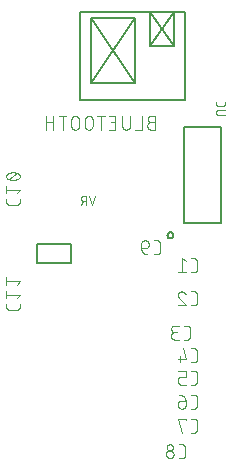
<source format=gbr>
G04 EAGLE Gerber RS-274X export*
G75*
%MOMM*%
%FSLAX34Y34*%
%LPD*%
%INSilkscreen Bottom*%
%IPPOS*%
%AMOC8*
5,1,8,0,0,1.08239X$1,22.5*%
G01*
%ADD10C,0.127000*%
%ADD11C,0.101600*%
%ADD12C,0.076200*%


D10*
X165100Y469900D02*
X76200Y469900D01*
X76200Y544900D01*
X135100Y544900D01*
X155100Y544900D01*
X165100Y544900D01*
X165100Y469900D01*
X155100Y515900D02*
X135100Y515900D01*
X135100Y544900D01*
X155100Y544900D02*
X155100Y515900D01*
X135100Y544900D01*
X155100Y544900D02*
X135100Y515900D01*
X122100Y539900D02*
X85100Y539900D01*
X122100Y539900D02*
X122100Y484900D01*
X85100Y484900D01*
X85100Y539900D01*
X122100Y484900D01*
X85100Y484900D02*
X122100Y539900D01*
D11*
X135946Y451499D02*
X139192Y451499D01*
X135946Y451500D02*
X135833Y451498D01*
X135720Y451492D01*
X135607Y451482D01*
X135494Y451468D01*
X135382Y451451D01*
X135271Y451429D01*
X135161Y451404D01*
X135051Y451374D01*
X134943Y451341D01*
X134836Y451304D01*
X134730Y451264D01*
X134626Y451219D01*
X134523Y451171D01*
X134422Y451120D01*
X134323Y451065D01*
X134226Y451007D01*
X134131Y450945D01*
X134038Y450880D01*
X133948Y450812D01*
X133860Y450741D01*
X133774Y450666D01*
X133691Y450589D01*
X133611Y450509D01*
X133534Y450426D01*
X133459Y450340D01*
X133388Y450252D01*
X133320Y450162D01*
X133255Y450069D01*
X133193Y449974D01*
X133135Y449877D01*
X133080Y449778D01*
X133029Y449677D01*
X132981Y449574D01*
X132936Y449470D01*
X132896Y449364D01*
X132859Y449257D01*
X132826Y449149D01*
X132796Y449039D01*
X132771Y448929D01*
X132749Y448818D01*
X132732Y448706D01*
X132718Y448593D01*
X132708Y448480D01*
X132702Y448367D01*
X132700Y448254D01*
X132702Y448141D01*
X132708Y448028D01*
X132718Y447915D01*
X132732Y447802D01*
X132749Y447690D01*
X132771Y447579D01*
X132796Y447469D01*
X132826Y447359D01*
X132859Y447251D01*
X132896Y447144D01*
X132936Y447038D01*
X132981Y446934D01*
X133029Y446831D01*
X133080Y446730D01*
X133135Y446631D01*
X133193Y446534D01*
X133255Y446439D01*
X133320Y446346D01*
X133388Y446256D01*
X133459Y446168D01*
X133534Y446082D01*
X133611Y445999D01*
X133691Y445919D01*
X133774Y445842D01*
X133860Y445767D01*
X133948Y445696D01*
X134038Y445628D01*
X134131Y445563D01*
X134226Y445501D01*
X134323Y445443D01*
X134422Y445388D01*
X134523Y445337D01*
X134626Y445289D01*
X134730Y445244D01*
X134836Y445204D01*
X134943Y445167D01*
X135051Y445134D01*
X135161Y445104D01*
X135271Y445079D01*
X135382Y445057D01*
X135494Y445040D01*
X135607Y445026D01*
X135720Y445016D01*
X135833Y445010D01*
X135946Y445008D01*
X139192Y445008D01*
X139192Y456692D01*
X135946Y456692D01*
X135845Y456690D01*
X135745Y456684D01*
X135645Y456674D01*
X135545Y456661D01*
X135446Y456643D01*
X135347Y456622D01*
X135250Y456597D01*
X135153Y456568D01*
X135058Y456535D01*
X134964Y456499D01*
X134872Y456459D01*
X134781Y456416D01*
X134692Y456369D01*
X134605Y456319D01*
X134519Y456265D01*
X134436Y456208D01*
X134356Y456148D01*
X134277Y456085D01*
X134201Y456018D01*
X134128Y455949D01*
X134058Y455877D01*
X133990Y455803D01*
X133925Y455726D01*
X133864Y455646D01*
X133805Y455564D01*
X133750Y455480D01*
X133698Y455394D01*
X133649Y455306D01*
X133604Y455216D01*
X133562Y455124D01*
X133524Y455031D01*
X133490Y454936D01*
X133459Y454841D01*
X133432Y454744D01*
X133409Y454646D01*
X133389Y454547D01*
X133374Y454447D01*
X133362Y454347D01*
X133354Y454247D01*
X133350Y454146D01*
X133350Y454046D01*
X133354Y453945D01*
X133362Y453845D01*
X133374Y453745D01*
X133389Y453645D01*
X133409Y453546D01*
X133432Y453448D01*
X133459Y453351D01*
X133490Y453256D01*
X133524Y453161D01*
X133562Y453068D01*
X133604Y452976D01*
X133649Y452886D01*
X133698Y452798D01*
X133750Y452712D01*
X133805Y452628D01*
X133864Y452546D01*
X133925Y452466D01*
X133990Y452389D01*
X134058Y452315D01*
X134128Y452243D01*
X134201Y452174D01*
X134277Y452107D01*
X134356Y452044D01*
X134436Y451984D01*
X134519Y451927D01*
X134605Y451873D01*
X134692Y451823D01*
X134781Y451776D01*
X134872Y451733D01*
X134964Y451693D01*
X135058Y451657D01*
X135153Y451624D01*
X135250Y451595D01*
X135347Y451570D01*
X135446Y451549D01*
X135545Y451531D01*
X135645Y451518D01*
X135745Y451508D01*
X135845Y451502D01*
X135946Y451500D01*
X127909Y456692D02*
X127909Y445008D01*
X122716Y445008D01*
X118025Y448254D02*
X118025Y456692D01*
X118026Y448254D02*
X118024Y448141D01*
X118018Y448028D01*
X118008Y447915D01*
X117994Y447802D01*
X117977Y447690D01*
X117955Y447579D01*
X117930Y447469D01*
X117900Y447359D01*
X117867Y447251D01*
X117830Y447144D01*
X117790Y447038D01*
X117745Y446934D01*
X117697Y446831D01*
X117646Y446730D01*
X117591Y446631D01*
X117533Y446534D01*
X117471Y446439D01*
X117406Y446346D01*
X117338Y446256D01*
X117267Y446168D01*
X117192Y446082D01*
X117115Y445999D01*
X117035Y445919D01*
X116952Y445842D01*
X116866Y445767D01*
X116778Y445696D01*
X116688Y445628D01*
X116595Y445563D01*
X116500Y445501D01*
X116403Y445443D01*
X116304Y445388D01*
X116203Y445337D01*
X116100Y445289D01*
X115996Y445244D01*
X115890Y445204D01*
X115783Y445167D01*
X115675Y445134D01*
X115565Y445104D01*
X115455Y445079D01*
X115344Y445057D01*
X115232Y445040D01*
X115119Y445026D01*
X115006Y445016D01*
X114893Y445010D01*
X114780Y445008D01*
X114667Y445010D01*
X114554Y445016D01*
X114441Y445026D01*
X114328Y445040D01*
X114216Y445057D01*
X114105Y445079D01*
X113995Y445104D01*
X113885Y445134D01*
X113777Y445167D01*
X113670Y445204D01*
X113564Y445244D01*
X113460Y445289D01*
X113357Y445337D01*
X113256Y445388D01*
X113157Y445443D01*
X113060Y445501D01*
X112965Y445563D01*
X112872Y445628D01*
X112782Y445696D01*
X112694Y445767D01*
X112608Y445842D01*
X112525Y445919D01*
X112445Y445999D01*
X112368Y446082D01*
X112293Y446168D01*
X112222Y446256D01*
X112154Y446346D01*
X112089Y446439D01*
X112027Y446534D01*
X111969Y446631D01*
X111914Y446730D01*
X111863Y446831D01*
X111815Y446934D01*
X111770Y447038D01*
X111730Y447144D01*
X111693Y447251D01*
X111660Y447359D01*
X111630Y447469D01*
X111605Y447579D01*
X111583Y447690D01*
X111566Y447802D01*
X111552Y447915D01*
X111542Y448028D01*
X111536Y448141D01*
X111534Y448254D01*
X111534Y456692D01*
X105811Y445008D02*
X100618Y445008D01*
X105811Y445008D02*
X105811Y456692D01*
X100618Y456692D01*
X101916Y451499D02*
X105811Y451499D01*
X93825Y456692D02*
X93825Y445008D01*
X97070Y456692D02*
X90579Y456692D01*
X86402Y453446D02*
X86402Y448254D01*
X86403Y453446D02*
X86401Y453559D01*
X86395Y453672D01*
X86385Y453785D01*
X86371Y453898D01*
X86354Y454010D01*
X86332Y454121D01*
X86307Y454231D01*
X86277Y454341D01*
X86244Y454449D01*
X86207Y454556D01*
X86167Y454662D01*
X86122Y454766D01*
X86074Y454869D01*
X86023Y454970D01*
X85968Y455069D01*
X85910Y455166D01*
X85848Y455261D01*
X85783Y455354D01*
X85715Y455444D01*
X85644Y455532D01*
X85569Y455618D01*
X85492Y455701D01*
X85412Y455781D01*
X85329Y455858D01*
X85243Y455933D01*
X85155Y456004D01*
X85065Y456072D01*
X84972Y456137D01*
X84877Y456199D01*
X84780Y456257D01*
X84681Y456312D01*
X84580Y456363D01*
X84477Y456411D01*
X84373Y456456D01*
X84267Y456496D01*
X84160Y456533D01*
X84052Y456566D01*
X83942Y456596D01*
X83832Y456621D01*
X83721Y456643D01*
X83609Y456660D01*
X83496Y456674D01*
X83383Y456684D01*
X83270Y456690D01*
X83157Y456692D01*
X83044Y456690D01*
X82931Y456684D01*
X82818Y456674D01*
X82705Y456660D01*
X82593Y456643D01*
X82482Y456621D01*
X82372Y456596D01*
X82262Y456566D01*
X82154Y456533D01*
X82047Y456496D01*
X81941Y456456D01*
X81837Y456411D01*
X81734Y456363D01*
X81633Y456312D01*
X81534Y456257D01*
X81437Y456199D01*
X81342Y456137D01*
X81249Y456072D01*
X81159Y456004D01*
X81071Y455933D01*
X80985Y455858D01*
X80902Y455781D01*
X80822Y455701D01*
X80745Y455618D01*
X80670Y455532D01*
X80599Y455444D01*
X80531Y455354D01*
X80466Y455261D01*
X80404Y455166D01*
X80346Y455069D01*
X80291Y454970D01*
X80240Y454869D01*
X80192Y454766D01*
X80147Y454662D01*
X80107Y454556D01*
X80070Y454449D01*
X80037Y454341D01*
X80007Y454231D01*
X79982Y454121D01*
X79960Y454010D01*
X79943Y453898D01*
X79929Y453785D01*
X79919Y453672D01*
X79913Y453559D01*
X79911Y453446D01*
X79911Y448254D01*
X79913Y448141D01*
X79919Y448028D01*
X79929Y447915D01*
X79943Y447802D01*
X79960Y447690D01*
X79982Y447579D01*
X80007Y447469D01*
X80037Y447359D01*
X80070Y447251D01*
X80107Y447144D01*
X80147Y447038D01*
X80192Y446934D01*
X80240Y446831D01*
X80291Y446730D01*
X80346Y446631D01*
X80404Y446534D01*
X80466Y446439D01*
X80531Y446346D01*
X80599Y446256D01*
X80670Y446168D01*
X80745Y446082D01*
X80822Y445999D01*
X80902Y445919D01*
X80985Y445842D01*
X81071Y445767D01*
X81159Y445696D01*
X81249Y445628D01*
X81342Y445563D01*
X81437Y445501D01*
X81534Y445443D01*
X81633Y445388D01*
X81734Y445337D01*
X81837Y445289D01*
X81941Y445244D01*
X82047Y445204D01*
X82154Y445167D01*
X82262Y445134D01*
X82372Y445104D01*
X82482Y445079D01*
X82593Y445057D01*
X82705Y445040D01*
X82818Y445026D01*
X82931Y445016D01*
X83044Y445010D01*
X83157Y445008D01*
X83270Y445010D01*
X83383Y445016D01*
X83496Y445026D01*
X83609Y445040D01*
X83721Y445057D01*
X83832Y445079D01*
X83942Y445104D01*
X84052Y445134D01*
X84160Y445167D01*
X84267Y445204D01*
X84373Y445244D01*
X84477Y445289D01*
X84580Y445337D01*
X84681Y445388D01*
X84780Y445443D01*
X84877Y445501D01*
X84972Y445563D01*
X85065Y445628D01*
X85155Y445696D01*
X85243Y445767D01*
X85329Y445842D01*
X85412Y445919D01*
X85492Y445999D01*
X85569Y446082D01*
X85644Y446168D01*
X85715Y446256D01*
X85783Y446346D01*
X85848Y446439D01*
X85910Y446534D01*
X85968Y446631D01*
X86023Y446730D01*
X86074Y446831D01*
X86122Y446934D01*
X86167Y447038D01*
X86207Y447144D01*
X86244Y447251D01*
X86277Y447359D01*
X86307Y447469D01*
X86332Y447579D01*
X86354Y447690D01*
X86371Y447802D01*
X86385Y447915D01*
X86395Y448028D01*
X86401Y448141D01*
X86403Y448254D01*
X74972Y448254D02*
X74972Y453446D01*
X74973Y453446D02*
X74971Y453559D01*
X74965Y453672D01*
X74955Y453785D01*
X74941Y453898D01*
X74924Y454010D01*
X74902Y454121D01*
X74877Y454231D01*
X74847Y454341D01*
X74814Y454449D01*
X74777Y454556D01*
X74737Y454662D01*
X74692Y454766D01*
X74644Y454869D01*
X74593Y454970D01*
X74538Y455069D01*
X74480Y455166D01*
X74418Y455261D01*
X74353Y455354D01*
X74285Y455444D01*
X74214Y455532D01*
X74139Y455618D01*
X74062Y455701D01*
X73982Y455781D01*
X73899Y455858D01*
X73813Y455933D01*
X73725Y456004D01*
X73635Y456072D01*
X73542Y456137D01*
X73447Y456199D01*
X73350Y456257D01*
X73251Y456312D01*
X73150Y456363D01*
X73047Y456411D01*
X72943Y456456D01*
X72837Y456496D01*
X72730Y456533D01*
X72622Y456566D01*
X72512Y456596D01*
X72402Y456621D01*
X72291Y456643D01*
X72179Y456660D01*
X72066Y456674D01*
X71953Y456684D01*
X71840Y456690D01*
X71727Y456692D01*
X71614Y456690D01*
X71501Y456684D01*
X71388Y456674D01*
X71275Y456660D01*
X71163Y456643D01*
X71052Y456621D01*
X70942Y456596D01*
X70832Y456566D01*
X70724Y456533D01*
X70617Y456496D01*
X70511Y456456D01*
X70407Y456411D01*
X70304Y456363D01*
X70203Y456312D01*
X70104Y456257D01*
X70007Y456199D01*
X69912Y456137D01*
X69819Y456072D01*
X69729Y456004D01*
X69641Y455933D01*
X69555Y455858D01*
X69472Y455781D01*
X69392Y455701D01*
X69315Y455618D01*
X69240Y455532D01*
X69169Y455444D01*
X69101Y455354D01*
X69036Y455261D01*
X68974Y455166D01*
X68916Y455069D01*
X68861Y454970D01*
X68810Y454869D01*
X68762Y454766D01*
X68717Y454662D01*
X68677Y454556D01*
X68640Y454449D01*
X68607Y454341D01*
X68577Y454231D01*
X68552Y454121D01*
X68530Y454010D01*
X68513Y453898D01*
X68499Y453785D01*
X68489Y453672D01*
X68483Y453559D01*
X68481Y453446D01*
X68481Y448254D01*
X68483Y448141D01*
X68489Y448028D01*
X68499Y447915D01*
X68513Y447802D01*
X68530Y447690D01*
X68552Y447579D01*
X68577Y447469D01*
X68607Y447359D01*
X68640Y447251D01*
X68677Y447144D01*
X68717Y447038D01*
X68762Y446934D01*
X68810Y446831D01*
X68861Y446730D01*
X68916Y446631D01*
X68974Y446534D01*
X69036Y446439D01*
X69101Y446346D01*
X69169Y446256D01*
X69240Y446168D01*
X69315Y446082D01*
X69392Y445999D01*
X69472Y445919D01*
X69555Y445842D01*
X69641Y445767D01*
X69729Y445696D01*
X69819Y445628D01*
X69912Y445563D01*
X70007Y445501D01*
X70104Y445443D01*
X70203Y445388D01*
X70304Y445337D01*
X70407Y445289D01*
X70511Y445244D01*
X70617Y445204D01*
X70724Y445167D01*
X70832Y445134D01*
X70942Y445104D01*
X71052Y445079D01*
X71163Y445057D01*
X71275Y445040D01*
X71388Y445026D01*
X71501Y445016D01*
X71614Y445010D01*
X71727Y445008D01*
X71840Y445010D01*
X71953Y445016D01*
X72066Y445026D01*
X72179Y445040D01*
X72291Y445057D01*
X72402Y445079D01*
X72512Y445104D01*
X72622Y445134D01*
X72730Y445167D01*
X72837Y445204D01*
X72943Y445244D01*
X73047Y445289D01*
X73150Y445337D01*
X73251Y445388D01*
X73350Y445443D01*
X73447Y445501D01*
X73542Y445563D01*
X73635Y445628D01*
X73725Y445696D01*
X73813Y445767D01*
X73899Y445842D01*
X73982Y445919D01*
X74062Y445999D01*
X74139Y446082D01*
X74214Y446168D01*
X74285Y446256D01*
X74353Y446346D01*
X74418Y446439D01*
X74480Y446534D01*
X74538Y446631D01*
X74593Y446730D01*
X74644Y446831D01*
X74692Y446934D01*
X74737Y447038D01*
X74777Y447144D01*
X74814Y447251D01*
X74847Y447359D01*
X74877Y447469D01*
X74902Y447579D01*
X74924Y447690D01*
X74941Y447802D01*
X74955Y447915D01*
X74965Y448028D01*
X74971Y448141D01*
X74973Y448254D01*
X61059Y445008D02*
X61059Y456692D01*
X64305Y456692D02*
X57813Y456692D01*
X53256Y456692D02*
X53256Y445008D01*
X53256Y451499D02*
X46764Y451499D01*
X46764Y456692D02*
X46764Y445008D01*
X169559Y324358D02*
X172156Y324358D01*
X172255Y324360D01*
X172355Y324366D01*
X172454Y324375D01*
X172552Y324388D01*
X172650Y324405D01*
X172748Y324426D01*
X172844Y324451D01*
X172939Y324479D01*
X173033Y324511D01*
X173126Y324546D01*
X173218Y324585D01*
X173308Y324628D01*
X173396Y324673D01*
X173483Y324723D01*
X173567Y324775D01*
X173650Y324831D01*
X173730Y324889D01*
X173808Y324951D01*
X173883Y325016D01*
X173956Y325084D01*
X174026Y325154D01*
X174094Y325227D01*
X174159Y325302D01*
X174221Y325380D01*
X174279Y325460D01*
X174335Y325543D01*
X174387Y325627D01*
X174437Y325714D01*
X174482Y325802D01*
X174525Y325892D01*
X174564Y325984D01*
X174599Y326077D01*
X174631Y326171D01*
X174659Y326266D01*
X174684Y326362D01*
X174705Y326460D01*
X174722Y326558D01*
X174735Y326656D01*
X174744Y326755D01*
X174750Y326855D01*
X174752Y326954D01*
X174752Y333446D01*
X174750Y333545D01*
X174744Y333645D01*
X174735Y333744D01*
X174722Y333842D01*
X174705Y333940D01*
X174684Y334038D01*
X174659Y334134D01*
X174631Y334229D01*
X174599Y334323D01*
X174564Y334416D01*
X174525Y334508D01*
X174482Y334598D01*
X174437Y334686D01*
X174387Y334773D01*
X174335Y334857D01*
X174279Y334940D01*
X174221Y335020D01*
X174159Y335098D01*
X174094Y335173D01*
X174026Y335246D01*
X173956Y335316D01*
X173883Y335384D01*
X173808Y335449D01*
X173730Y335511D01*
X173650Y335569D01*
X173567Y335625D01*
X173483Y335677D01*
X173396Y335727D01*
X173308Y335772D01*
X173218Y335815D01*
X173126Y335854D01*
X173033Y335889D01*
X172939Y335921D01*
X172844Y335949D01*
X172748Y335974D01*
X172650Y335995D01*
X172552Y336012D01*
X172454Y336025D01*
X172355Y336034D01*
X172255Y336040D01*
X172156Y336042D01*
X169559Y336042D01*
X165194Y333446D02*
X161948Y336042D01*
X161948Y324358D01*
X158703Y324358D02*
X165194Y324358D01*
X13208Y384104D02*
X13208Y386701D01*
X13208Y384104D02*
X13210Y384005D01*
X13216Y383905D01*
X13225Y383806D01*
X13238Y383708D01*
X13255Y383610D01*
X13276Y383512D01*
X13301Y383416D01*
X13329Y383321D01*
X13361Y383227D01*
X13396Y383134D01*
X13435Y383042D01*
X13478Y382952D01*
X13523Y382864D01*
X13573Y382777D01*
X13625Y382693D01*
X13681Y382610D01*
X13739Y382530D01*
X13801Y382452D01*
X13866Y382377D01*
X13934Y382304D01*
X14004Y382234D01*
X14077Y382166D01*
X14152Y382101D01*
X14230Y382039D01*
X14310Y381981D01*
X14393Y381925D01*
X14477Y381873D01*
X14564Y381823D01*
X14652Y381778D01*
X14742Y381735D01*
X14834Y381696D01*
X14927Y381661D01*
X15021Y381629D01*
X15116Y381601D01*
X15212Y381576D01*
X15310Y381555D01*
X15408Y381538D01*
X15506Y381525D01*
X15605Y381516D01*
X15705Y381510D01*
X15804Y381508D01*
X22296Y381508D01*
X22395Y381510D01*
X22495Y381516D01*
X22594Y381525D01*
X22692Y381538D01*
X22790Y381555D01*
X22888Y381576D01*
X22984Y381601D01*
X23079Y381629D01*
X23173Y381661D01*
X23266Y381696D01*
X23358Y381735D01*
X23448Y381778D01*
X23536Y381823D01*
X23623Y381873D01*
X23707Y381925D01*
X23790Y381981D01*
X23870Y382039D01*
X23948Y382101D01*
X24023Y382166D01*
X24096Y382234D01*
X24166Y382304D01*
X24234Y382377D01*
X24299Y382452D01*
X24361Y382530D01*
X24419Y382610D01*
X24475Y382693D01*
X24527Y382777D01*
X24577Y382864D01*
X24622Y382952D01*
X24665Y383042D01*
X24704Y383134D01*
X24739Y383226D01*
X24771Y383321D01*
X24799Y383416D01*
X24824Y383512D01*
X24845Y383610D01*
X24862Y383708D01*
X24875Y383806D01*
X24884Y383905D01*
X24890Y384005D01*
X24892Y384104D01*
X24892Y386701D01*
X22296Y391066D02*
X24892Y394312D01*
X13208Y394312D01*
X13208Y397557D02*
X13208Y391066D01*
X19050Y402497D02*
X19280Y402500D01*
X19510Y402508D01*
X19739Y402522D01*
X19968Y402541D01*
X20197Y402566D01*
X20424Y402596D01*
X20652Y402631D01*
X20878Y402672D01*
X21103Y402718D01*
X21327Y402770D01*
X21549Y402827D01*
X21771Y402889D01*
X21990Y402957D01*
X22208Y403030D01*
X22425Y403108D01*
X22639Y403191D01*
X22851Y403279D01*
X23061Y403372D01*
X23269Y403471D01*
X23269Y403470D02*
X23359Y403503D01*
X23448Y403539D01*
X23536Y403579D01*
X23621Y403623D01*
X23705Y403670D01*
X23787Y403720D01*
X23867Y403774D01*
X23944Y403830D01*
X24020Y403890D01*
X24093Y403953D01*
X24163Y404018D01*
X24231Y404087D01*
X24295Y404158D01*
X24357Y404231D01*
X24416Y404307D01*
X24472Y404385D01*
X24525Y404466D01*
X24574Y404548D01*
X24620Y404632D01*
X24663Y404719D01*
X24702Y404806D01*
X24738Y404896D01*
X24770Y404986D01*
X24798Y405078D01*
X24823Y405171D01*
X24844Y405265D01*
X24861Y405359D01*
X24875Y405454D01*
X24884Y405550D01*
X24890Y405646D01*
X24892Y405742D01*
X24890Y405838D01*
X24884Y405934D01*
X24875Y406030D01*
X24861Y406125D01*
X24844Y406219D01*
X24823Y406313D01*
X24798Y406406D01*
X24770Y406498D01*
X24738Y406588D01*
X24702Y406678D01*
X24663Y406765D01*
X24620Y406852D01*
X24574Y406936D01*
X24525Y407018D01*
X24472Y407099D01*
X24416Y407177D01*
X24357Y407253D01*
X24295Y407326D01*
X24231Y407397D01*
X24163Y407466D01*
X24093Y407531D01*
X24020Y407594D01*
X23944Y407654D01*
X23867Y407710D01*
X23787Y407764D01*
X23705Y407814D01*
X23621Y407861D01*
X23536Y407905D01*
X23448Y407945D01*
X23359Y407981D01*
X23269Y408014D01*
X23062Y408113D01*
X22852Y408206D01*
X22639Y408294D01*
X22425Y408377D01*
X22209Y408455D01*
X21991Y408528D01*
X21771Y408596D01*
X21550Y408658D01*
X21327Y408715D01*
X21103Y408767D01*
X20878Y408813D01*
X20652Y408854D01*
X20425Y408889D01*
X20197Y408919D01*
X19968Y408944D01*
X19739Y408963D01*
X19510Y408977D01*
X19280Y408985D01*
X19050Y408988D01*
X19050Y402496D02*
X18820Y402499D01*
X18590Y402507D01*
X18361Y402521D01*
X18132Y402540D01*
X17903Y402565D01*
X17675Y402595D01*
X17448Y402630D01*
X17222Y402671D01*
X16997Y402717D01*
X16773Y402769D01*
X16550Y402826D01*
X16329Y402888D01*
X16109Y402956D01*
X15891Y403029D01*
X15675Y403107D01*
X15461Y403190D01*
X15249Y403278D01*
X15038Y403371D01*
X14831Y403470D01*
X14741Y403503D01*
X14652Y403539D01*
X14564Y403580D01*
X14479Y403623D01*
X14395Y403670D01*
X14313Y403720D01*
X14233Y403774D01*
X14156Y403830D01*
X14080Y403890D01*
X14007Y403953D01*
X13937Y404018D01*
X13869Y404087D01*
X13805Y404158D01*
X13743Y404231D01*
X13684Y404307D01*
X13628Y404385D01*
X13575Y404466D01*
X13526Y404548D01*
X13480Y404632D01*
X13437Y404719D01*
X13398Y404806D01*
X13362Y404896D01*
X13330Y404986D01*
X13302Y405078D01*
X13277Y405171D01*
X13256Y405265D01*
X13239Y405359D01*
X13225Y405454D01*
X13216Y405550D01*
X13210Y405646D01*
X13208Y405742D01*
X14831Y408014D02*
X15038Y408113D01*
X15249Y408206D01*
X15461Y408294D01*
X15675Y408377D01*
X15891Y408455D01*
X16109Y408528D01*
X16329Y408596D01*
X16550Y408658D01*
X16773Y408715D01*
X16997Y408767D01*
X17222Y408813D01*
X17448Y408854D01*
X17675Y408889D01*
X17903Y408919D01*
X18132Y408944D01*
X18361Y408963D01*
X18590Y408977D01*
X18820Y408985D01*
X19050Y408988D01*
X14831Y408014D02*
X14741Y407981D01*
X14652Y407945D01*
X14564Y407905D01*
X14479Y407861D01*
X14395Y407814D01*
X14313Y407764D01*
X14233Y407710D01*
X14156Y407654D01*
X14080Y407594D01*
X14007Y407531D01*
X13937Y407466D01*
X13869Y407397D01*
X13805Y407326D01*
X13743Y407253D01*
X13684Y407177D01*
X13628Y407099D01*
X13575Y407018D01*
X13526Y406936D01*
X13480Y406852D01*
X13437Y406765D01*
X13398Y406678D01*
X13362Y406588D01*
X13330Y406498D01*
X13302Y406406D01*
X13277Y406313D01*
X13256Y406219D01*
X13239Y406125D01*
X13225Y406030D01*
X13216Y405934D01*
X13210Y405838D01*
X13208Y405742D01*
X15804Y403145D02*
X22296Y408338D01*
X13208Y297801D02*
X13208Y295204D01*
X13210Y295105D01*
X13216Y295005D01*
X13225Y294906D01*
X13238Y294808D01*
X13255Y294710D01*
X13276Y294612D01*
X13301Y294516D01*
X13329Y294421D01*
X13361Y294327D01*
X13396Y294234D01*
X13435Y294142D01*
X13478Y294052D01*
X13523Y293964D01*
X13573Y293877D01*
X13625Y293793D01*
X13681Y293710D01*
X13739Y293630D01*
X13801Y293552D01*
X13866Y293477D01*
X13934Y293404D01*
X14004Y293334D01*
X14077Y293266D01*
X14152Y293201D01*
X14230Y293139D01*
X14310Y293081D01*
X14393Y293025D01*
X14477Y292973D01*
X14564Y292923D01*
X14652Y292878D01*
X14742Y292835D01*
X14834Y292796D01*
X14927Y292761D01*
X15021Y292729D01*
X15116Y292701D01*
X15212Y292676D01*
X15310Y292655D01*
X15408Y292638D01*
X15506Y292625D01*
X15605Y292616D01*
X15705Y292610D01*
X15804Y292608D01*
X22296Y292608D01*
X22395Y292610D01*
X22495Y292616D01*
X22594Y292625D01*
X22692Y292638D01*
X22790Y292655D01*
X22888Y292676D01*
X22984Y292701D01*
X23079Y292729D01*
X23173Y292761D01*
X23266Y292796D01*
X23358Y292835D01*
X23448Y292878D01*
X23536Y292923D01*
X23623Y292973D01*
X23707Y293025D01*
X23790Y293081D01*
X23870Y293139D01*
X23948Y293201D01*
X24023Y293266D01*
X24096Y293334D01*
X24166Y293404D01*
X24234Y293477D01*
X24299Y293552D01*
X24361Y293630D01*
X24419Y293710D01*
X24475Y293793D01*
X24527Y293877D01*
X24577Y293964D01*
X24622Y294052D01*
X24665Y294142D01*
X24704Y294234D01*
X24739Y294326D01*
X24771Y294421D01*
X24799Y294516D01*
X24824Y294612D01*
X24845Y294710D01*
X24862Y294808D01*
X24875Y294906D01*
X24884Y295005D01*
X24890Y295105D01*
X24892Y295204D01*
X24892Y297801D01*
X22296Y302166D02*
X24892Y305412D01*
X13208Y305412D01*
X13208Y308657D02*
X13208Y302166D01*
X22296Y313596D02*
X24892Y316842D01*
X13208Y316842D01*
X13208Y320087D02*
X13208Y313596D01*
X169559Y296418D02*
X172156Y296418D01*
X172255Y296420D01*
X172355Y296426D01*
X172454Y296435D01*
X172552Y296448D01*
X172650Y296465D01*
X172748Y296486D01*
X172844Y296511D01*
X172939Y296539D01*
X173033Y296571D01*
X173126Y296606D01*
X173218Y296645D01*
X173308Y296688D01*
X173396Y296733D01*
X173483Y296783D01*
X173567Y296835D01*
X173650Y296891D01*
X173730Y296949D01*
X173808Y297011D01*
X173883Y297076D01*
X173956Y297144D01*
X174026Y297214D01*
X174094Y297287D01*
X174159Y297362D01*
X174221Y297440D01*
X174279Y297520D01*
X174335Y297603D01*
X174387Y297687D01*
X174437Y297774D01*
X174482Y297862D01*
X174525Y297952D01*
X174564Y298044D01*
X174599Y298137D01*
X174631Y298231D01*
X174659Y298326D01*
X174684Y298422D01*
X174705Y298520D01*
X174722Y298618D01*
X174735Y298716D01*
X174744Y298815D01*
X174750Y298915D01*
X174752Y299014D01*
X174752Y305506D01*
X174750Y305605D01*
X174744Y305705D01*
X174735Y305804D01*
X174722Y305902D01*
X174705Y306000D01*
X174684Y306098D01*
X174659Y306194D01*
X174631Y306289D01*
X174599Y306383D01*
X174564Y306476D01*
X174525Y306568D01*
X174482Y306658D01*
X174437Y306746D01*
X174387Y306833D01*
X174335Y306917D01*
X174279Y307000D01*
X174221Y307080D01*
X174159Y307158D01*
X174094Y307233D01*
X174026Y307306D01*
X173956Y307376D01*
X173883Y307444D01*
X173808Y307509D01*
X173730Y307571D01*
X173650Y307629D01*
X173567Y307685D01*
X173483Y307737D01*
X173396Y307787D01*
X173308Y307832D01*
X173218Y307875D01*
X173126Y307914D01*
X173033Y307949D01*
X172939Y307981D01*
X172844Y308009D01*
X172748Y308034D01*
X172650Y308055D01*
X172552Y308072D01*
X172454Y308085D01*
X172355Y308094D01*
X172255Y308100D01*
X172156Y308102D01*
X169559Y308102D01*
X161624Y308102D02*
X161517Y308100D01*
X161411Y308094D01*
X161305Y308084D01*
X161199Y308071D01*
X161093Y308053D01*
X160989Y308032D01*
X160885Y308007D01*
X160782Y307978D01*
X160681Y307946D01*
X160581Y307909D01*
X160482Y307869D01*
X160384Y307826D01*
X160288Y307779D01*
X160194Y307728D01*
X160102Y307674D01*
X160012Y307617D01*
X159924Y307557D01*
X159839Y307493D01*
X159756Y307426D01*
X159675Y307356D01*
X159597Y307284D01*
X159521Y307208D01*
X159449Y307130D01*
X159379Y307049D01*
X159312Y306966D01*
X159248Y306881D01*
X159188Y306793D01*
X159131Y306703D01*
X159077Y306611D01*
X159026Y306517D01*
X158979Y306421D01*
X158936Y306323D01*
X158896Y306224D01*
X158859Y306124D01*
X158827Y306023D01*
X158798Y305920D01*
X158773Y305816D01*
X158752Y305712D01*
X158734Y305606D01*
X158721Y305500D01*
X158711Y305394D01*
X158705Y305288D01*
X158703Y305181D01*
X161624Y308102D02*
X161745Y308100D01*
X161866Y308094D01*
X161986Y308084D01*
X162107Y308071D01*
X162226Y308053D01*
X162346Y308032D01*
X162464Y308007D01*
X162581Y307978D01*
X162698Y307945D01*
X162813Y307909D01*
X162927Y307868D01*
X163040Y307825D01*
X163152Y307777D01*
X163261Y307726D01*
X163369Y307671D01*
X163476Y307613D01*
X163580Y307552D01*
X163682Y307487D01*
X163782Y307419D01*
X163880Y307348D01*
X163976Y307274D01*
X164069Y307197D01*
X164159Y307116D01*
X164247Y307033D01*
X164332Y306947D01*
X164415Y306858D01*
X164494Y306767D01*
X164571Y306673D01*
X164644Y306577D01*
X164714Y306479D01*
X164781Y306378D01*
X164845Y306275D01*
X164906Y306170D01*
X164963Y306063D01*
X165016Y305955D01*
X165066Y305845D01*
X165112Y305733D01*
X165155Y305620D01*
X165194Y305505D01*
X159677Y302909D02*
X159598Y302987D01*
X159522Y303067D01*
X159449Y303150D01*
X159379Y303236D01*
X159312Y303323D01*
X159248Y303414D01*
X159188Y303506D01*
X159130Y303600D01*
X159076Y303697D01*
X159026Y303795D01*
X158979Y303895D01*
X158935Y303996D01*
X158895Y304099D01*
X158859Y304204D01*
X158827Y304309D01*
X158798Y304416D01*
X158773Y304523D01*
X158751Y304632D01*
X158734Y304741D01*
X158720Y304850D01*
X158711Y304960D01*
X158705Y305071D01*
X158703Y305181D01*
X159676Y302909D02*
X165194Y296418D01*
X158703Y296418D01*
X163764Y267208D02*
X166361Y267208D01*
X166460Y267210D01*
X166560Y267216D01*
X166659Y267225D01*
X166757Y267238D01*
X166855Y267255D01*
X166953Y267276D01*
X167049Y267301D01*
X167144Y267329D01*
X167238Y267361D01*
X167331Y267396D01*
X167423Y267435D01*
X167513Y267478D01*
X167601Y267523D01*
X167688Y267573D01*
X167772Y267625D01*
X167855Y267681D01*
X167935Y267739D01*
X168013Y267801D01*
X168088Y267866D01*
X168161Y267934D01*
X168231Y268004D01*
X168299Y268077D01*
X168364Y268152D01*
X168426Y268230D01*
X168484Y268310D01*
X168540Y268393D01*
X168592Y268477D01*
X168642Y268564D01*
X168687Y268652D01*
X168730Y268742D01*
X168769Y268834D01*
X168804Y268927D01*
X168836Y269021D01*
X168864Y269116D01*
X168889Y269212D01*
X168910Y269310D01*
X168927Y269408D01*
X168940Y269506D01*
X168949Y269605D01*
X168955Y269705D01*
X168957Y269804D01*
X168957Y276296D01*
X168955Y276395D01*
X168949Y276495D01*
X168940Y276594D01*
X168927Y276692D01*
X168910Y276790D01*
X168889Y276888D01*
X168864Y276984D01*
X168836Y277079D01*
X168804Y277173D01*
X168769Y277266D01*
X168730Y277358D01*
X168687Y277448D01*
X168642Y277536D01*
X168592Y277623D01*
X168540Y277707D01*
X168484Y277790D01*
X168426Y277870D01*
X168364Y277948D01*
X168299Y278023D01*
X168231Y278096D01*
X168161Y278166D01*
X168088Y278234D01*
X168013Y278299D01*
X167935Y278361D01*
X167855Y278419D01*
X167772Y278475D01*
X167688Y278527D01*
X167601Y278577D01*
X167513Y278622D01*
X167423Y278665D01*
X167331Y278704D01*
X167238Y278739D01*
X167144Y278771D01*
X167049Y278799D01*
X166953Y278824D01*
X166855Y278845D01*
X166757Y278862D01*
X166659Y278875D01*
X166560Y278884D01*
X166460Y278890D01*
X166361Y278892D01*
X163764Y278892D01*
X159399Y267208D02*
X156154Y267208D01*
X156041Y267210D01*
X155928Y267216D01*
X155815Y267226D01*
X155702Y267240D01*
X155590Y267257D01*
X155479Y267279D01*
X155369Y267304D01*
X155259Y267334D01*
X155151Y267367D01*
X155044Y267404D01*
X154938Y267444D01*
X154834Y267489D01*
X154731Y267537D01*
X154630Y267588D01*
X154531Y267643D01*
X154434Y267701D01*
X154339Y267763D01*
X154246Y267828D01*
X154156Y267896D01*
X154068Y267967D01*
X153982Y268042D01*
X153899Y268119D01*
X153819Y268199D01*
X153742Y268282D01*
X153667Y268368D01*
X153596Y268456D01*
X153528Y268546D01*
X153463Y268639D01*
X153401Y268734D01*
X153343Y268831D01*
X153288Y268930D01*
X153237Y269031D01*
X153189Y269134D01*
X153144Y269238D01*
X153104Y269344D01*
X153067Y269451D01*
X153034Y269559D01*
X153004Y269669D01*
X152979Y269779D01*
X152957Y269890D01*
X152940Y270002D01*
X152926Y270115D01*
X152916Y270228D01*
X152910Y270341D01*
X152908Y270454D01*
X152910Y270567D01*
X152916Y270680D01*
X152926Y270793D01*
X152940Y270906D01*
X152957Y271018D01*
X152979Y271129D01*
X153004Y271239D01*
X153034Y271349D01*
X153067Y271457D01*
X153104Y271564D01*
X153144Y271670D01*
X153189Y271774D01*
X153237Y271877D01*
X153288Y271978D01*
X153343Y272077D01*
X153401Y272174D01*
X153463Y272269D01*
X153528Y272362D01*
X153596Y272452D01*
X153667Y272540D01*
X153742Y272626D01*
X153819Y272709D01*
X153899Y272789D01*
X153982Y272866D01*
X154068Y272941D01*
X154156Y273012D01*
X154246Y273080D01*
X154339Y273145D01*
X154434Y273207D01*
X154531Y273265D01*
X154630Y273320D01*
X154731Y273371D01*
X154834Y273419D01*
X154938Y273464D01*
X155044Y273504D01*
X155151Y273541D01*
X155259Y273574D01*
X155369Y273604D01*
X155479Y273629D01*
X155590Y273651D01*
X155702Y273668D01*
X155815Y273682D01*
X155928Y273692D01*
X156041Y273698D01*
X156154Y273700D01*
X155504Y278892D02*
X159399Y278892D01*
X155504Y278892D02*
X155403Y278890D01*
X155303Y278884D01*
X155203Y278874D01*
X155103Y278861D01*
X155004Y278843D01*
X154905Y278822D01*
X154808Y278797D01*
X154711Y278768D01*
X154616Y278735D01*
X154522Y278699D01*
X154430Y278659D01*
X154339Y278616D01*
X154250Y278569D01*
X154163Y278519D01*
X154077Y278465D01*
X153994Y278408D01*
X153914Y278348D01*
X153835Y278285D01*
X153759Y278218D01*
X153686Y278149D01*
X153616Y278077D01*
X153548Y278003D01*
X153483Y277926D01*
X153422Y277846D01*
X153363Y277764D01*
X153308Y277680D01*
X153256Y277594D01*
X153207Y277506D01*
X153162Y277416D01*
X153120Y277324D01*
X153082Y277231D01*
X153048Y277136D01*
X153017Y277041D01*
X152990Y276944D01*
X152967Y276846D01*
X152947Y276747D01*
X152932Y276647D01*
X152920Y276547D01*
X152912Y276447D01*
X152908Y276346D01*
X152908Y276246D01*
X152912Y276145D01*
X152920Y276045D01*
X152932Y275945D01*
X152947Y275845D01*
X152967Y275746D01*
X152990Y275648D01*
X153017Y275551D01*
X153048Y275456D01*
X153082Y275361D01*
X153120Y275268D01*
X153162Y275176D01*
X153207Y275086D01*
X153256Y274998D01*
X153308Y274912D01*
X153363Y274828D01*
X153422Y274746D01*
X153483Y274666D01*
X153548Y274589D01*
X153616Y274515D01*
X153686Y274443D01*
X153759Y274374D01*
X153835Y274307D01*
X153914Y274244D01*
X153994Y274184D01*
X154077Y274127D01*
X154163Y274073D01*
X154250Y274023D01*
X154339Y273976D01*
X154430Y273933D01*
X154522Y273893D01*
X154616Y273857D01*
X154711Y273824D01*
X154808Y273795D01*
X154905Y273770D01*
X155004Y273749D01*
X155103Y273731D01*
X155203Y273718D01*
X155303Y273708D01*
X155403Y273702D01*
X155504Y273700D01*
X155504Y273699D02*
X158101Y273699D01*
X169559Y248158D02*
X172156Y248158D01*
X172255Y248160D01*
X172355Y248166D01*
X172454Y248175D01*
X172552Y248188D01*
X172650Y248205D01*
X172748Y248226D01*
X172844Y248251D01*
X172939Y248279D01*
X173033Y248311D01*
X173126Y248346D01*
X173218Y248385D01*
X173308Y248428D01*
X173396Y248473D01*
X173483Y248523D01*
X173567Y248575D01*
X173650Y248631D01*
X173730Y248689D01*
X173808Y248751D01*
X173883Y248816D01*
X173956Y248884D01*
X174026Y248954D01*
X174094Y249027D01*
X174159Y249102D01*
X174221Y249180D01*
X174279Y249260D01*
X174335Y249343D01*
X174387Y249427D01*
X174437Y249514D01*
X174482Y249602D01*
X174525Y249692D01*
X174564Y249784D01*
X174599Y249877D01*
X174631Y249971D01*
X174659Y250066D01*
X174684Y250162D01*
X174705Y250260D01*
X174722Y250358D01*
X174735Y250456D01*
X174744Y250555D01*
X174750Y250655D01*
X174752Y250754D01*
X174752Y257246D01*
X174750Y257345D01*
X174744Y257445D01*
X174735Y257544D01*
X174722Y257642D01*
X174705Y257740D01*
X174684Y257838D01*
X174659Y257934D01*
X174631Y258029D01*
X174599Y258123D01*
X174564Y258216D01*
X174525Y258308D01*
X174482Y258398D01*
X174437Y258486D01*
X174387Y258573D01*
X174335Y258657D01*
X174279Y258740D01*
X174221Y258820D01*
X174159Y258898D01*
X174094Y258973D01*
X174026Y259046D01*
X173956Y259116D01*
X173883Y259184D01*
X173808Y259249D01*
X173730Y259311D01*
X173650Y259369D01*
X173567Y259425D01*
X173483Y259477D01*
X173396Y259527D01*
X173308Y259572D01*
X173218Y259615D01*
X173126Y259654D01*
X173033Y259689D01*
X172939Y259721D01*
X172844Y259749D01*
X172748Y259774D01*
X172650Y259795D01*
X172552Y259812D01*
X172454Y259825D01*
X172355Y259834D01*
X172255Y259840D01*
X172156Y259842D01*
X169559Y259842D01*
X162597Y259842D02*
X165194Y250754D01*
X158703Y250754D01*
X160650Y253351D02*
X160650Y248158D01*
X169559Y229108D02*
X172156Y229108D01*
X172255Y229110D01*
X172355Y229116D01*
X172454Y229125D01*
X172552Y229138D01*
X172650Y229155D01*
X172748Y229176D01*
X172844Y229201D01*
X172939Y229229D01*
X173033Y229261D01*
X173126Y229296D01*
X173218Y229335D01*
X173308Y229378D01*
X173396Y229423D01*
X173483Y229473D01*
X173567Y229525D01*
X173650Y229581D01*
X173730Y229639D01*
X173808Y229701D01*
X173883Y229766D01*
X173956Y229834D01*
X174026Y229904D01*
X174094Y229977D01*
X174159Y230052D01*
X174221Y230130D01*
X174279Y230210D01*
X174335Y230293D01*
X174387Y230377D01*
X174437Y230464D01*
X174482Y230552D01*
X174525Y230642D01*
X174564Y230734D01*
X174599Y230827D01*
X174631Y230921D01*
X174659Y231016D01*
X174684Y231112D01*
X174705Y231210D01*
X174722Y231308D01*
X174735Y231406D01*
X174744Y231505D01*
X174750Y231605D01*
X174752Y231704D01*
X174752Y238196D01*
X174750Y238295D01*
X174744Y238395D01*
X174735Y238494D01*
X174722Y238592D01*
X174705Y238690D01*
X174684Y238788D01*
X174659Y238884D01*
X174631Y238979D01*
X174599Y239073D01*
X174564Y239166D01*
X174525Y239258D01*
X174482Y239348D01*
X174437Y239436D01*
X174387Y239523D01*
X174335Y239607D01*
X174279Y239690D01*
X174221Y239770D01*
X174159Y239848D01*
X174094Y239923D01*
X174026Y239996D01*
X173956Y240066D01*
X173883Y240134D01*
X173808Y240199D01*
X173730Y240261D01*
X173650Y240319D01*
X173567Y240375D01*
X173483Y240427D01*
X173396Y240477D01*
X173308Y240522D01*
X173218Y240565D01*
X173126Y240604D01*
X173033Y240639D01*
X172939Y240671D01*
X172844Y240699D01*
X172748Y240724D01*
X172650Y240745D01*
X172552Y240762D01*
X172454Y240775D01*
X172355Y240784D01*
X172255Y240790D01*
X172156Y240792D01*
X169559Y240792D01*
X165194Y229108D02*
X161299Y229108D01*
X161200Y229110D01*
X161100Y229116D01*
X161001Y229125D01*
X160903Y229138D01*
X160805Y229155D01*
X160707Y229176D01*
X160611Y229201D01*
X160516Y229229D01*
X160422Y229261D01*
X160329Y229296D01*
X160237Y229335D01*
X160147Y229378D01*
X160059Y229423D01*
X159972Y229473D01*
X159888Y229525D01*
X159805Y229581D01*
X159725Y229639D01*
X159647Y229701D01*
X159572Y229766D01*
X159499Y229834D01*
X159429Y229904D01*
X159361Y229977D01*
X159296Y230052D01*
X159234Y230130D01*
X159176Y230210D01*
X159120Y230293D01*
X159068Y230377D01*
X159018Y230464D01*
X158973Y230552D01*
X158930Y230642D01*
X158891Y230734D01*
X158856Y230827D01*
X158824Y230921D01*
X158796Y231016D01*
X158771Y231112D01*
X158750Y231210D01*
X158733Y231308D01*
X158720Y231406D01*
X158711Y231505D01*
X158705Y231605D01*
X158703Y231704D01*
X158703Y233003D01*
X158705Y233102D01*
X158711Y233202D01*
X158720Y233301D01*
X158733Y233399D01*
X158750Y233497D01*
X158771Y233595D01*
X158796Y233691D01*
X158824Y233786D01*
X158856Y233880D01*
X158891Y233973D01*
X158930Y234065D01*
X158973Y234155D01*
X159018Y234243D01*
X159068Y234330D01*
X159120Y234414D01*
X159176Y234497D01*
X159234Y234577D01*
X159296Y234655D01*
X159361Y234730D01*
X159429Y234803D01*
X159499Y234873D01*
X159572Y234941D01*
X159647Y235006D01*
X159725Y235068D01*
X159805Y235126D01*
X159888Y235182D01*
X159972Y235234D01*
X160059Y235284D01*
X160147Y235329D01*
X160237Y235372D01*
X160329Y235411D01*
X160422Y235446D01*
X160516Y235478D01*
X160611Y235506D01*
X160707Y235531D01*
X160805Y235552D01*
X160903Y235569D01*
X161001Y235582D01*
X161100Y235591D01*
X161200Y235597D01*
X161299Y235599D01*
X165194Y235599D01*
X165194Y240792D01*
X158703Y240792D01*
X169559Y208788D02*
X172156Y208788D01*
X172255Y208790D01*
X172355Y208796D01*
X172454Y208805D01*
X172552Y208818D01*
X172650Y208835D01*
X172748Y208856D01*
X172844Y208881D01*
X172939Y208909D01*
X173033Y208941D01*
X173126Y208976D01*
X173218Y209015D01*
X173308Y209058D01*
X173396Y209103D01*
X173483Y209153D01*
X173567Y209205D01*
X173650Y209261D01*
X173730Y209319D01*
X173808Y209381D01*
X173883Y209446D01*
X173956Y209514D01*
X174026Y209584D01*
X174094Y209657D01*
X174159Y209732D01*
X174221Y209810D01*
X174279Y209890D01*
X174335Y209973D01*
X174387Y210057D01*
X174437Y210144D01*
X174482Y210232D01*
X174525Y210322D01*
X174564Y210414D01*
X174599Y210507D01*
X174631Y210601D01*
X174659Y210696D01*
X174684Y210792D01*
X174705Y210890D01*
X174722Y210988D01*
X174735Y211086D01*
X174744Y211185D01*
X174750Y211285D01*
X174752Y211384D01*
X174752Y217876D01*
X174750Y217975D01*
X174744Y218075D01*
X174735Y218174D01*
X174722Y218272D01*
X174705Y218370D01*
X174684Y218468D01*
X174659Y218564D01*
X174631Y218659D01*
X174599Y218753D01*
X174564Y218846D01*
X174525Y218938D01*
X174482Y219028D01*
X174437Y219116D01*
X174387Y219203D01*
X174335Y219287D01*
X174279Y219370D01*
X174221Y219450D01*
X174159Y219528D01*
X174094Y219603D01*
X174026Y219676D01*
X173956Y219746D01*
X173883Y219814D01*
X173808Y219879D01*
X173730Y219941D01*
X173650Y219999D01*
X173567Y220055D01*
X173483Y220107D01*
X173396Y220157D01*
X173308Y220202D01*
X173218Y220245D01*
X173126Y220284D01*
X173033Y220319D01*
X172939Y220351D01*
X172844Y220379D01*
X172748Y220404D01*
X172650Y220425D01*
X172552Y220442D01*
X172454Y220455D01*
X172355Y220464D01*
X172255Y220470D01*
X172156Y220472D01*
X169559Y220472D01*
X165194Y215279D02*
X161299Y215279D01*
X161200Y215277D01*
X161100Y215271D01*
X161001Y215262D01*
X160903Y215249D01*
X160805Y215232D01*
X160707Y215211D01*
X160611Y215186D01*
X160516Y215158D01*
X160422Y215126D01*
X160329Y215091D01*
X160237Y215052D01*
X160147Y215009D01*
X160059Y214964D01*
X159972Y214914D01*
X159888Y214862D01*
X159805Y214806D01*
X159725Y214748D01*
X159647Y214686D01*
X159572Y214621D01*
X159499Y214553D01*
X159429Y214483D01*
X159361Y214410D01*
X159296Y214335D01*
X159234Y214257D01*
X159176Y214177D01*
X159120Y214094D01*
X159068Y214010D01*
X159018Y213923D01*
X158973Y213835D01*
X158930Y213745D01*
X158891Y213653D01*
X158856Y213560D01*
X158824Y213466D01*
X158796Y213371D01*
X158771Y213275D01*
X158750Y213177D01*
X158733Y213079D01*
X158720Y212981D01*
X158711Y212882D01*
X158705Y212782D01*
X158703Y212683D01*
X158703Y212034D01*
X158702Y212034D02*
X158704Y211921D01*
X158710Y211808D01*
X158720Y211695D01*
X158734Y211582D01*
X158751Y211470D01*
X158773Y211359D01*
X158798Y211249D01*
X158828Y211139D01*
X158861Y211031D01*
X158898Y210924D01*
X158938Y210818D01*
X158983Y210714D01*
X159031Y210611D01*
X159082Y210510D01*
X159137Y210411D01*
X159195Y210314D01*
X159257Y210219D01*
X159322Y210126D01*
X159390Y210036D01*
X159461Y209948D01*
X159536Y209862D01*
X159613Y209779D01*
X159693Y209699D01*
X159776Y209622D01*
X159862Y209547D01*
X159950Y209476D01*
X160040Y209408D01*
X160133Y209343D01*
X160228Y209281D01*
X160325Y209223D01*
X160424Y209168D01*
X160525Y209117D01*
X160628Y209069D01*
X160732Y209024D01*
X160838Y208984D01*
X160945Y208947D01*
X161053Y208914D01*
X161163Y208884D01*
X161273Y208859D01*
X161384Y208837D01*
X161496Y208820D01*
X161609Y208806D01*
X161722Y208796D01*
X161835Y208790D01*
X161948Y208788D01*
X162061Y208790D01*
X162174Y208796D01*
X162287Y208806D01*
X162400Y208820D01*
X162512Y208837D01*
X162623Y208859D01*
X162733Y208884D01*
X162843Y208914D01*
X162951Y208947D01*
X163058Y208984D01*
X163164Y209024D01*
X163268Y209069D01*
X163371Y209117D01*
X163472Y209168D01*
X163571Y209223D01*
X163668Y209281D01*
X163763Y209343D01*
X163856Y209408D01*
X163946Y209476D01*
X164034Y209547D01*
X164120Y209622D01*
X164203Y209699D01*
X164283Y209779D01*
X164360Y209862D01*
X164435Y209948D01*
X164506Y210036D01*
X164574Y210126D01*
X164639Y210219D01*
X164701Y210314D01*
X164759Y210411D01*
X164814Y210510D01*
X164865Y210611D01*
X164913Y210714D01*
X164958Y210818D01*
X164998Y210924D01*
X165035Y211031D01*
X165068Y211139D01*
X165098Y211249D01*
X165123Y211359D01*
X165145Y211470D01*
X165162Y211582D01*
X165176Y211695D01*
X165186Y211808D01*
X165192Y211921D01*
X165194Y212034D01*
X165194Y215279D01*
X165192Y215422D01*
X165186Y215565D01*
X165176Y215708D01*
X165162Y215850D01*
X165145Y215992D01*
X165123Y216134D01*
X165098Y216275D01*
X165068Y216415D01*
X165035Y216554D01*
X164998Y216692D01*
X164957Y216829D01*
X164913Y216965D01*
X164864Y217100D01*
X164812Y217233D01*
X164757Y217365D01*
X164697Y217495D01*
X164634Y217624D01*
X164568Y217751D01*
X164498Y217876D01*
X164425Y217998D01*
X164348Y218119D01*
X164268Y218238D01*
X164185Y218354D01*
X164099Y218469D01*
X164010Y218580D01*
X163917Y218690D01*
X163822Y218796D01*
X163723Y218900D01*
X163622Y219001D01*
X163518Y219100D01*
X163412Y219195D01*
X163302Y219288D01*
X163191Y219377D01*
X163076Y219463D01*
X162960Y219546D01*
X162841Y219626D01*
X162720Y219703D01*
X162598Y219776D01*
X162473Y219846D01*
X162346Y219912D01*
X162217Y219975D01*
X162087Y220035D01*
X161955Y220090D01*
X161822Y220142D01*
X161687Y220191D01*
X161551Y220235D01*
X161414Y220276D01*
X161276Y220313D01*
X161137Y220346D01*
X160997Y220376D01*
X160856Y220401D01*
X160714Y220423D01*
X160572Y220440D01*
X160430Y220454D01*
X160287Y220464D01*
X160144Y220470D01*
X160001Y220472D01*
X169559Y188468D02*
X172156Y188468D01*
X172255Y188470D01*
X172355Y188476D01*
X172454Y188485D01*
X172552Y188498D01*
X172650Y188515D01*
X172748Y188536D01*
X172844Y188561D01*
X172939Y188589D01*
X173033Y188621D01*
X173126Y188656D01*
X173218Y188695D01*
X173308Y188738D01*
X173396Y188783D01*
X173483Y188833D01*
X173567Y188885D01*
X173650Y188941D01*
X173730Y188999D01*
X173808Y189061D01*
X173883Y189126D01*
X173956Y189194D01*
X174026Y189264D01*
X174094Y189337D01*
X174159Y189412D01*
X174221Y189490D01*
X174279Y189570D01*
X174335Y189653D01*
X174387Y189737D01*
X174437Y189824D01*
X174482Y189912D01*
X174525Y190002D01*
X174564Y190094D01*
X174599Y190187D01*
X174631Y190281D01*
X174659Y190376D01*
X174684Y190472D01*
X174705Y190570D01*
X174722Y190668D01*
X174735Y190766D01*
X174744Y190865D01*
X174750Y190965D01*
X174752Y191064D01*
X174752Y197556D01*
X174750Y197655D01*
X174744Y197755D01*
X174735Y197854D01*
X174722Y197952D01*
X174705Y198050D01*
X174684Y198148D01*
X174659Y198244D01*
X174631Y198339D01*
X174599Y198433D01*
X174564Y198526D01*
X174525Y198618D01*
X174482Y198708D01*
X174437Y198796D01*
X174387Y198883D01*
X174335Y198967D01*
X174279Y199050D01*
X174221Y199130D01*
X174159Y199208D01*
X174094Y199283D01*
X174026Y199356D01*
X173956Y199426D01*
X173883Y199494D01*
X173808Y199559D01*
X173730Y199621D01*
X173650Y199679D01*
X173567Y199735D01*
X173483Y199787D01*
X173396Y199837D01*
X173308Y199882D01*
X173218Y199925D01*
X173126Y199964D01*
X173033Y199999D01*
X172939Y200031D01*
X172844Y200059D01*
X172748Y200084D01*
X172650Y200105D01*
X172552Y200122D01*
X172454Y200135D01*
X172355Y200144D01*
X172255Y200150D01*
X172156Y200152D01*
X169559Y200152D01*
X165194Y200152D02*
X165194Y198854D01*
X165194Y200152D02*
X158703Y200152D01*
X161948Y188468D01*
X161996Y166878D02*
X159399Y166878D01*
X161996Y166878D02*
X162095Y166880D01*
X162195Y166886D01*
X162294Y166895D01*
X162392Y166908D01*
X162490Y166925D01*
X162588Y166946D01*
X162684Y166971D01*
X162779Y166999D01*
X162873Y167031D01*
X162966Y167066D01*
X163058Y167105D01*
X163148Y167148D01*
X163236Y167193D01*
X163323Y167243D01*
X163407Y167295D01*
X163490Y167351D01*
X163570Y167409D01*
X163648Y167471D01*
X163723Y167536D01*
X163796Y167604D01*
X163866Y167674D01*
X163934Y167747D01*
X163999Y167822D01*
X164061Y167900D01*
X164119Y167980D01*
X164175Y168063D01*
X164227Y168147D01*
X164277Y168234D01*
X164322Y168322D01*
X164365Y168412D01*
X164404Y168504D01*
X164439Y168597D01*
X164471Y168691D01*
X164499Y168786D01*
X164524Y168882D01*
X164545Y168980D01*
X164562Y169078D01*
X164575Y169176D01*
X164584Y169275D01*
X164590Y169375D01*
X164592Y169474D01*
X164592Y175966D01*
X164590Y176065D01*
X164584Y176165D01*
X164575Y176264D01*
X164562Y176362D01*
X164545Y176460D01*
X164524Y176558D01*
X164499Y176654D01*
X164471Y176749D01*
X164439Y176843D01*
X164404Y176936D01*
X164365Y177028D01*
X164322Y177118D01*
X164277Y177206D01*
X164227Y177293D01*
X164175Y177377D01*
X164119Y177460D01*
X164061Y177540D01*
X163999Y177618D01*
X163934Y177693D01*
X163866Y177766D01*
X163796Y177836D01*
X163723Y177904D01*
X163648Y177969D01*
X163570Y178031D01*
X163490Y178089D01*
X163407Y178145D01*
X163323Y178197D01*
X163236Y178247D01*
X163148Y178292D01*
X163058Y178335D01*
X162966Y178374D01*
X162873Y178409D01*
X162779Y178441D01*
X162684Y178469D01*
X162588Y178494D01*
X162490Y178515D01*
X162392Y178532D01*
X162294Y178545D01*
X162195Y178554D01*
X162095Y178560D01*
X161996Y178562D01*
X159399Y178562D01*
X155034Y170124D02*
X155032Y170237D01*
X155026Y170350D01*
X155016Y170463D01*
X155002Y170576D01*
X154985Y170688D01*
X154963Y170799D01*
X154938Y170909D01*
X154908Y171019D01*
X154875Y171127D01*
X154838Y171234D01*
X154798Y171340D01*
X154753Y171444D01*
X154705Y171547D01*
X154654Y171648D01*
X154599Y171747D01*
X154541Y171844D01*
X154479Y171939D01*
X154414Y172032D01*
X154346Y172122D01*
X154275Y172210D01*
X154200Y172296D01*
X154123Y172379D01*
X154043Y172459D01*
X153960Y172536D01*
X153874Y172611D01*
X153786Y172682D01*
X153696Y172750D01*
X153603Y172815D01*
X153508Y172877D01*
X153411Y172935D01*
X153312Y172990D01*
X153211Y173041D01*
X153108Y173089D01*
X153004Y173134D01*
X152898Y173174D01*
X152791Y173211D01*
X152683Y173244D01*
X152573Y173274D01*
X152463Y173299D01*
X152352Y173321D01*
X152240Y173338D01*
X152127Y173352D01*
X152014Y173362D01*
X151901Y173368D01*
X151788Y173370D01*
X151675Y173368D01*
X151562Y173362D01*
X151449Y173352D01*
X151336Y173338D01*
X151224Y173321D01*
X151113Y173299D01*
X151003Y173274D01*
X150893Y173244D01*
X150785Y173211D01*
X150678Y173174D01*
X150572Y173134D01*
X150468Y173089D01*
X150365Y173041D01*
X150264Y172990D01*
X150165Y172935D01*
X150068Y172877D01*
X149973Y172815D01*
X149880Y172750D01*
X149790Y172682D01*
X149702Y172611D01*
X149616Y172536D01*
X149533Y172459D01*
X149453Y172379D01*
X149376Y172296D01*
X149301Y172210D01*
X149230Y172122D01*
X149162Y172032D01*
X149097Y171939D01*
X149035Y171844D01*
X148977Y171747D01*
X148922Y171648D01*
X148871Y171547D01*
X148823Y171444D01*
X148778Y171340D01*
X148738Y171234D01*
X148701Y171127D01*
X148668Y171019D01*
X148638Y170909D01*
X148613Y170799D01*
X148591Y170688D01*
X148574Y170576D01*
X148560Y170463D01*
X148550Y170350D01*
X148544Y170237D01*
X148542Y170124D01*
X148544Y170011D01*
X148550Y169898D01*
X148560Y169785D01*
X148574Y169672D01*
X148591Y169560D01*
X148613Y169449D01*
X148638Y169339D01*
X148668Y169229D01*
X148701Y169121D01*
X148738Y169014D01*
X148778Y168908D01*
X148823Y168804D01*
X148871Y168701D01*
X148922Y168600D01*
X148977Y168501D01*
X149035Y168404D01*
X149097Y168309D01*
X149162Y168216D01*
X149230Y168126D01*
X149301Y168038D01*
X149376Y167952D01*
X149453Y167869D01*
X149533Y167789D01*
X149616Y167712D01*
X149702Y167637D01*
X149790Y167566D01*
X149880Y167498D01*
X149973Y167433D01*
X150068Y167371D01*
X150165Y167313D01*
X150264Y167258D01*
X150365Y167207D01*
X150468Y167159D01*
X150572Y167114D01*
X150678Y167074D01*
X150785Y167037D01*
X150893Y167004D01*
X151003Y166974D01*
X151113Y166949D01*
X151224Y166927D01*
X151336Y166910D01*
X151449Y166896D01*
X151562Y166886D01*
X151675Y166880D01*
X151788Y166878D01*
X151901Y166880D01*
X152014Y166886D01*
X152127Y166896D01*
X152240Y166910D01*
X152352Y166927D01*
X152463Y166949D01*
X152573Y166974D01*
X152683Y167004D01*
X152791Y167037D01*
X152898Y167074D01*
X153004Y167114D01*
X153108Y167159D01*
X153211Y167207D01*
X153312Y167258D01*
X153411Y167313D01*
X153508Y167371D01*
X153603Y167433D01*
X153696Y167498D01*
X153786Y167566D01*
X153874Y167637D01*
X153960Y167712D01*
X154043Y167789D01*
X154123Y167869D01*
X154200Y167952D01*
X154275Y168038D01*
X154346Y168126D01*
X154414Y168216D01*
X154479Y168309D01*
X154541Y168404D01*
X154599Y168501D01*
X154654Y168600D01*
X154705Y168701D01*
X154753Y168804D01*
X154798Y168908D01*
X154838Y169014D01*
X154875Y169121D01*
X154908Y169229D01*
X154938Y169339D01*
X154963Y169449D01*
X154985Y169560D01*
X155002Y169672D01*
X155016Y169785D01*
X155026Y169898D01*
X155032Y170011D01*
X155034Y170124D01*
X154384Y175966D02*
X154382Y176067D01*
X154376Y176167D01*
X154366Y176267D01*
X154353Y176367D01*
X154335Y176466D01*
X154314Y176565D01*
X154289Y176662D01*
X154260Y176759D01*
X154227Y176854D01*
X154191Y176948D01*
X154151Y177040D01*
X154108Y177131D01*
X154061Y177220D01*
X154011Y177307D01*
X153957Y177393D01*
X153900Y177476D01*
X153840Y177556D01*
X153777Y177635D01*
X153710Y177711D01*
X153641Y177784D01*
X153569Y177854D01*
X153495Y177922D01*
X153418Y177987D01*
X153338Y178048D01*
X153256Y178107D01*
X153172Y178162D01*
X153086Y178214D01*
X152998Y178263D01*
X152908Y178308D01*
X152816Y178350D01*
X152723Y178388D01*
X152628Y178422D01*
X152533Y178453D01*
X152436Y178480D01*
X152338Y178503D01*
X152239Y178523D01*
X152139Y178538D01*
X152039Y178550D01*
X151939Y178558D01*
X151838Y178562D01*
X151738Y178562D01*
X151637Y178558D01*
X151537Y178550D01*
X151437Y178538D01*
X151337Y178523D01*
X151238Y178503D01*
X151140Y178480D01*
X151043Y178453D01*
X150948Y178422D01*
X150853Y178388D01*
X150760Y178350D01*
X150668Y178308D01*
X150578Y178263D01*
X150490Y178214D01*
X150404Y178162D01*
X150320Y178107D01*
X150238Y178048D01*
X150158Y177987D01*
X150081Y177922D01*
X150007Y177854D01*
X149935Y177784D01*
X149866Y177711D01*
X149799Y177635D01*
X149736Y177556D01*
X149676Y177476D01*
X149619Y177393D01*
X149565Y177307D01*
X149515Y177220D01*
X149468Y177131D01*
X149425Y177040D01*
X149385Y176948D01*
X149349Y176854D01*
X149316Y176759D01*
X149287Y176662D01*
X149262Y176565D01*
X149241Y176466D01*
X149223Y176367D01*
X149210Y176267D01*
X149200Y176167D01*
X149194Y176067D01*
X149192Y175966D01*
X149194Y175865D01*
X149200Y175765D01*
X149210Y175665D01*
X149223Y175565D01*
X149241Y175466D01*
X149262Y175367D01*
X149287Y175270D01*
X149316Y175173D01*
X149349Y175078D01*
X149385Y174984D01*
X149425Y174892D01*
X149468Y174801D01*
X149515Y174712D01*
X149565Y174625D01*
X149619Y174539D01*
X149676Y174456D01*
X149736Y174376D01*
X149799Y174297D01*
X149866Y174221D01*
X149935Y174148D01*
X150007Y174078D01*
X150081Y174010D01*
X150158Y173945D01*
X150238Y173884D01*
X150320Y173825D01*
X150404Y173770D01*
X150490Y173718D01*
X150578Y173669D01*
X150668Y173624D01*
X150760Y173582D01*
X150853Y173544D01*
X150948Y173510D01*
X151043Y173479D01*
X151140Y173452D01*
X151238Y173429D01*
X151337Y173409D01*
X151437Y173394D01*
X151537Y173382D01*
X151637Y173374D01*
X151738Y173370D01*
X151838Y173370D01*
X151939Y173374D01*
X152039Y173382D01*
X152139Y173394D01*
X152239Y173409D01*
X152338Y173429D01*
X152436Y173452D01*
X152533Y173479D01*
X152628Y173510D01*
X152723Y173544D01*
X152816Y173582D01*
X152908Y173624D01*
X152998Y173669D01*
X153086Y173718D01*
X153172Y173770D01*
X153256Y173825D01*
X153338Y173884D01*
X153418Y173945D01*
X153495Y174010D01*
X153569Y174078D01*
X153641Y174148D01*
X153710Y174221D01*
X153777Y174297D01*
X153840Y174376D01*
X153900Y174456D01*
X153957Y174539D01*
X154011Y174625D01*
X154061Y174712D01*
X154108Y174801D01*
X154151Y174892D01*
X154191Y174984D01*
X154227Y175078D01*
X154260Y175173D01*
X154289Y175270D01*
X154314Y175367D01*
X154335Y175466D01*
X154353Y175565D01*
X154366Y175665D01*
X154376Y175765D01*
X154382Y175865D01*
X154384Y175966D01*
X140961Y339598D02*
X138364Y339598D01*
X140961Y339598D02*
X141060Y339600D01*
X141160Y339606D01*
X141259Y339615D01*
X141357Y339628D01*
X141455Y339645D01*
X141553Y339666D01*
X141649Y339691D01*
X141744Y339719D01*
X141838Y339751D01*
X141931Y339786D01*
X142023Y339825D01*
X142113Y339868D01*
X142201Y339913D01*
X142288Y339963D01*
X142372Y340015D01*
X142455Y340071D01*
X142535Y340129D01*
X142613Y340191D01*
X142688Y340256D01*
X142761Y340324D01*
X142831Y340394D01*
X142899Y340467D01*
X142964Y340542D01*
X143026Y340620D01*
X143084Y340700D01*
X143140Y340783D01*
X143192Y340867D01*
X143242Y340954D01*
X143287Y341042D01*
X143330Y341132D01*
X143369Y341224D01*
X143404Y341317D01*
X143436Y341411D01*
X143464Y341506D01*
X143489Y341602D01*
X143510Y341700D01*
X143527Y341798D01*
X143540Y341896D01*
X143549Y341995D01*
X143555Y342095D01*
X143557Y342194D01*
X143557Y348686D01*
X143555Y348785D01*
X143549Y348885D01*
X143540Y348984D01*
X143527Y349082D01*
X143510Y349180D01*
X143489Y349278D01*
X143464Y349374D01*
X143436Y349469D01*
X143404Y349563D01*
X143369Y349656D01*
X143330Y349748D01*
X143287Y349838D01*
X143242Y349926D01*
X143192Y350013D01*
X143140Y350097D01*
X143084Y350180D01*
X143026Y350260D01*
X142964Y350338D01*
X142899Y350413D01*
X142831Y350486D01*
X142761Y350556D01*
X142688Y350624D01*
X142613Y350689D01*
X142535Y350751D01*
X142455Y350809D01*
X142372Y350865D01*
X142288Y350917D01*
X142201Y350967D01*
X142113Y351012D01*
X142023Y351055D01*
X141931Y351094D01*
X141838Y351129D01*
X141744Y351161D01*
X141649Y351189D01*
X141553Y351214D01*
X141455Y351235D01*
X141357Y351252D01*
X141259Y351265D01*
X141160Y351274D01*
X141060Y351280D01*
X140961Y351282D01*
X138364Y351282D01*
X131403Y344791D02*
X127508Y344791D01*
X131403Y344791D02*
X131502Y344793D01*
X131602Y344799D01*
X131701Y344808D01*
X131799Y344821D01*
X131897Y344838D01*
X131995Y344859D01*
X132091Y344884D01*
X132186Y344912D01*
X132280Y344944D01*
X132373Y344979D01*
X132465Y345018D01*
X132555Y345061D01*
X132643Y345106D01*
X132730Y345156D01*
X132814Y345208D01*
X132897Y345264D01*
X132977Y345322D01*
X133055Y345384D01*
X133130Y345449D01*
X133203Y345517D01*
X133273Y345587D01*
X133341Y345660D01*
X133406Y345735D01*
X133468Y345813D01*
X133526Y345893D01*
X133582Y345976D01*
X133634Y346060D01*
X133684Y346147D01*
X133729Y346235D01*
X133772Y346325D01*
X133811Y346417D01*
X133846Y346510D01*
X133878Y346604D01*
X133906Y346699D01*
X133931Y346795D01*
X133952Y346893D01*
X133969Y346991D01*
X133982Y347089D01*
X133991Y347188D01*
X133997Y347288D01*
X133999Y347387D01*
X133999Y348036D01*
X134000Y348036D02*
X133998Y348149D01*
X133992Y348262D01*
X133982Y348375D01*
X133968Y348488D01*
X133951Y348600D01*
X133929Y348711D01*
X133904Y348821D01*
X133874Y348931D01*
X133841Y349039D01*
X133804Y349146D01*
X133764Y349252D01*
X133719Y349356D01*
X133671Y349459D01*
X133620Y349560D01*
X133565Y349659D01*
X133507Y349756D01*
X133445Y349851D01*
X133380Y349944D01*
X133312Y350034D01*
X133241Y350122D01*
X133166Y350208D01*
X133089Y350291D01*
X133009Y350371D01*
X132926Y350448D01*
X132840Y350523D01*
X132752Y350594D01*
X132662Y350662D01*
X132569Y350727D01*
X132474Y350789D01*
X132377Y350847D01*
X132278Y350902D01*
X132177Y350953D01*
X132074Y351001D01*
X131970Y351046D01*
X131864Y351086D01*
X131757Y351123D01*
X131649Y351156D01*
X131539Y351186D01*
X131429Y351211D01*
X131318Y351233D01*
X131206Y351250D01*
X131093Y351264D01*
X130980Y351274D01*
X130867Y351280D01*
X130754Y351282D01*
X130641Y351280D01*
X130528Y351274D01*
X130415Y351264D01*
X130302Y351250D01*
X130190Y351233D01*
X130079Y351211D01*
X129969Y351186D01*
X129859Y351156D01*
X129751Y351123D01*
X129644Y351086D01*
X129538Y351046D01*
X129434Y351001D01*
X129331Y350953D01*
X129230Y350902D01*
X129131Y350847D01*
X129034Y350789D01*
X128939Y350727D01*
X128846Y350662D01*
X128756Y350594D01*
X128668Y350523D01*
X128582Y350448D01*
X128499Y350371D01*
X128419Y350291D01*
X128342Y350208D01*
X128267Y350122D01*
X128196Y350034D01*
X128128Y349944D01*
X128063Y349851D01*
X128001Y349756D01*
X127943Y349659D01*
X127888Y349560D01*
X127837Y349459D01*
X127789Y349356D01*
X127744Y349252D01*
X127704Y349146D01*
X127667Y349039D01*
X127634Y348931D01*
X127604Y348821D01*
X127579Y348711D01*
X127557Y348600D01*
X127540Y348488D01*
X127526Y348375D01*
X127516Y348262D01*
X127510Y348149D01*
X127508Y348036D01*
X127508Y344791D01*
X127510Y344648D01*
X127516Y344505D01*
X127526Y344362D01*
X127540Y344220D01*
X127557Y344078D01*
X127579Y343936D01*
X127604Y343795D01*
X127634Y343655D01*
X127667Y343516D01*
X127704Y343378D01*
X127745Y343241D01*
X127789Y343105D01*
X127838Y342970D01*
X127890Y342837D01*
X127945Y342705D01*
X128005Y342575D01*
X128068Y342446D01*
X128134Y342319D01*
X128204Y342195D01*
X128277Y342072D01*
X128354Y341951D01*
X128434Y341832D01*
X128517Y341716D01*
X128603Y341601D01*
X128692Y341490D01*
X128785Y341380D01*
X128880Y341274D01*
X128979Y341170D01*
X129080Y341069D01*
X129184Y340970D01*
X129290Y340875D01*
X129400Y340782D01*
X129511Y340693D01*
X129626Y340607D01*
X129742Y340524D01*
X129861Y340444D01*
X129982Y340367D01*
X130104Y340294D01*
X130229Y340224D01*
X130356Y340158D01*
X130485Y340095D01*
X130615Y340035D01*
X130747Y339980D01*
X130880Y339928D01*
X131015Y339879D01*
X131151Y339835D01*
X131288Y339794D01*
X131426Y339757D01*
X131565Y339724D01*
X131705Y339694D01*
X131846Y339669D01*
X131988Y339647D01*
X132130Y339630D01*
X132272Y339616D01*
X132415Y339606D01*
X132558Y339600D01*
X132701Y339598D01*
D10*
X195580Y365760D02*
X195580Y447040D01*
X163830Y447040D01*
X163830Y365760D01*
X195580Y365760D01*
X149860Y355600D02*
X149862Y355700D01*
X149868Y355801D01*
X149878Y355900D01*
X149892Y356000D01*
X149909Y356099D01*
X149931Y356197D01*
X149957Y356294D01*
X149986Y356390D01*
X150019Y356484D01*
X150056Y356578D01*
X150096Y356670D01*
X150140Y356760D01*
X150188Y356848D01*
X150239Y356935D01*
X150293Y357019D01*
X150351Y357101D01*
X150412Y357181D01*
X150476Y357258D01*
X150543Y357333D01*
X150613Y357405D01*
X150686Y357474D01*
X150761Y357540D01*
X150839Y357604D01*
X150919Y357664D01*
X151002Y357721D01*
X151087Y357774D01*
X151174Y357824D01*
X151263Y357871D01*
X151353Y357914D01*
X151445Y357954D01*
X151539Y357990D01*
X151634Y358022D01*
X151730Y358050D01*
X151828Y358075D01*
X151926Y358095D01*
X152025Y358112D01*
X152125Y358125D01*
X152224Y358134D01*
X152325Y358139D01*
X152425Y358140D01*
X152525Y358137D01*
X152626Y358130D01*
X152725Y358119D01*
X152825Y358104D01*
X152923Y358086D01*
X153021Y358063D01*
X153118Y358036D01*
X153213Y358006D01*
X153308Y357972D01*
X153401Y357934D01*
X153492Y357893D01*
X153582Y357848D01*
X153670Y357800D01*
X153756Y357748D01*
X153840Y357693D01*
X153921Y357634D01*
X154000Y357572D01*
X154077Y357508D01*
X154151Y357440D01*
X154222Y357369D01*
X154291Y357296D01*
X154356Y357220D01*
X154419Y357141D01*
X154478Y357060D01*
X154534Y356977D01*
X154587Y356892D01*
X154636Y356804D01*
X154682Y356715D01*
X154724Y356624D01*
X154763Y356531D01*
X154798Y356437D01*
X154829Y356342D01*
X154857Y356245D01*
X154880Y356148D01*
X154900Y356049D01*
X154916Y355950D01*
X154928Y355851D01*
X154936Y355750D01*
X154940Y355650D01*
X154940Y355550D01*
X154936Y355450D01*
X154928Y355349D01*
X154916Y355250D01*
X154900Y355151D01*
X154880Y355052D01*
X154857Y354955D01*
X154829Y354858D01*
X154798Y354763D01*
X154763Y354669D01*
X154724Y354576D01*
X154682Y354485D01*
X154636Y354396D01*
X154587Y354308D01*
X154534Y354223D01*
X154478Y354140D01*
X154419Y354059D01*
X154356Y353980D01*
X154291Y353904D01*
X154222Y353831D01*
X154151Y353760D01*
X154077Y353692D01*
X154000Y353628D01*
X153921Y353566D01*
X153840Y353507D01*
X153756Y353452D01*
X153670Y353400D01*
X153582Y353352D01*
X153492Y353307D01*
X153401Y353266D01*
X153308Y353228D01*
X153213Y353194D01*
X153118Y353164D01*
X153021Y353137D01*
X152923Y353114D01*
X152825Y353096D01*
X152725Y353081D01*
X152626Y353070D01*
X152525Y353063D01*
X152425Y353060D01*
X152325Y353061D01*
X152224Y353066D01*
X152125Y353075D01*
X152025Y353088D01*
X151926Y353105D01*
X151828Y353125D01*
X151730Y353150D01*
X151634Y353178D01*
X151539Y353210D01*
X151445Y353246D01*
X151353Y353286D01*
X151263Y353329D01*
X151174Y353376D01*
X151087Y353426D01*
X151002Y353479D01*
X150919Y353536D01*
X150839Y353596D01*
X150761Y353660D01*
X150686Y353726D01*
X150613Y353795D01*
X150543Y353867D01*
X150476Y353942D01*
X150412Y354019D01*
X150351Y354099D01*
X150293Y354181D01*
X150239Y354265D01*
X150188Y354352D01*
X150140Y354440D01*
X150096Y354530D01*
X150056Y354622D01*
X150019Y354716D01*
X149986Y354810D01*
X149957Y354906D01*
X149931Y355003D01*
X149909Y355101D01*
X149892Y355200D01*
X149878Y355300D01*
X149868Y355399D01*
X149862Y355500D01*
X149860Y355600D01*
D12*
X192927Y457581D02*
X198247Y457581D01*
X192927Y457581D02*
X192838Y457583D01*
X192749Y457589D01*
X192660Y457599D01*
X192572Y457612D01*
X192484Y457629D01*
X192397Y457651D01*
X192312Y457676D01*
X192227Y457704D01*
X192144Y457737D01*
X192062Y457773D01*
X191982Y457812D01*
X191904Y457855D01*
X191828Y457901D01*
X191753Y457951D01*
X191681Y458004D01*
X191612Y458060D01*
X191545Y458119D01*
X191480Y458180D01*
X191419Y458245D01*
X191360Y458312D01*
X191304Y458381D01*
X191251Y458453D01*
X191201Y458528D01*
X191155Y458604D01*
X191112Y458682D01*
X191073Y458762D01*
X191037Y458844D01*
X191004Y458927D01*
X190976Y459012D01*
X190951Y459097D01*
X190929Y459184D01*
X190912Y459272D01*
X190899Y459360D01*
X190889Y459449D01*
X190883Y459538D01*
X190881Y459627D01*
X190883Y459716D01*
X190889Y459805D01*
X190899Y459894D01*
X190912Y459982D01*
X190929Y460070D01*
X190951Y460157D01*
X190976Y460242D01*
X191004Y460327D01*
X191037Y460410D01*
X191073Y460492D01*
X191112Y460572D01*
X191155Y460650D01*
X191201Y460726D01*
X191251Y460801D01*
X191304Y460873D01*
X191360Y460942D01*
X191419Y461009D01*
X191480Y461074D01*
X191545Y461135D01*
X191612Y461194D01*
X191681Y461250D01*
X191753Y461303D01*
X191828Y461353D01*
X191904Y461399D01*
X191982Y461442D01*
X192062Y461481D01*
X192144Y461517D01*
X192227Y461550D01*
X192312Y461578D01*
X192397Y461603D01*
X192484Y461625D01*
X192572Y461642D01*
X192660Y461655D01*
X192749Y461665D01*
X192838Y461671D01*
X192927Y461673D01*
X198247Y461673D01*
X190881Y466754D02*
X190881Y468391D01*
X190881Y466754D02*
X190883Y466676D01*
X190888Y466598D01*
X190898Y466521D01*
X190911Y466444D01*
X190927Y466368D01*
X190947Y466293D01*
X190971Y466219D01*
X190998Y466146D01*
X191029Y466074D01*
X191063Y466004D01*
X191100Y465936D01*
X191141Y465869D01*
X191185Y465804D01*
X191231Y465742D01*
X191281Y465682D01*
X191333Y465624D01*
X191388Y465569D01*
X191446Y465517D01*
X191506Y465467D01*
X191568Y465421D01*
X191633Y465377D01*
X191700Y465336D01*
X191768Y465299D01*
X191838Y465265D01*
X191910Y465234D01*
X191983Y465207D01*
X192057Y465183D01*
X192132Y465163D01*
X192208Y465147D01*
X192285Y465134D01*
X192362Y465124D01*
X192440Y465119D01*
X192518Y465117D01*
X196610Y465117D01*
X196688Y465119D01*
X196766Y465124D01*
X196843Y465134D01*
X196920Y465147D01*
X196996Y465163D01*
X197071Y465183D01*
X197145Y465207D01*
X197218Y465234D01*
X197290Y465265D01*
X197360Y465299D01*
X197429Y465336D01*
X197495Y465377D01*
X197560Y465421D01*
X197622Y465467D01*
X197682Y465517D01*
X197740Y465569D01*
X197795Y465624D01*
X197847Y465682D01*
X197897Y465742D01*
X197943Y465804D01*
X197987Y465869D01*
X198028Y465936D01*
X198065Y466004D01*
X198099Y466074D01*
X198130Y466146D01*
X198157Y466219D01*
X198181Y466293D01*
X198201Y466368D01*
X198217Y466444D01*
X198230Y466521D01*
X198240Y466598D01*
X198245Y466676D01*
X198247Y466754D01*
X198247Y468391D01*
D10*
X39500Y348200D02*
X39500Y332200D01*
X39500Y348200D02*
X68500Y348200D01*
X68500Y332200D01*
X68580Y332740D01*
X68500Y332200D02*
X39500Y332200D01*
D12*
X86064Y381381D02*
X88519Y388747D01*
X83608Y388747D02*
X86064Y381381D01*
X80500Y381381D02*
X80500Y388747D01*
X78454Y388747D01*
X78365Y388745D01*
X78276Y388739D01*
X78187Y388729D01*
X78099Y388716D01*
X78011Y388699D01*
X77924Y388677D01*
X77839Y388652D01*
X77754Y388624D01*
X77671Y388591D01*
X77589Y388555D01*
X77509Y388516D01*
X77431Y388473D01*
X77355Y388427D01*
X77280Y388377D01*
X77208Y388324D01*
X77139Y388268D01*
X77072Y388209D01*
X77007Y388148D01*
X76946Y388083D01*
X76887Y388016D01*
X76831Y387947D01*
X76778Y387875D01*
X76728Y387800D01*
X76682Y387724D01*
X76639Y387646D01*
X76600Y387566D01*
X76564Y387484D01*
X76531Y387401D01*
X76503Y387316D01*
X76478Y387231D01*
X76456Y387144D01*
X76439Y387056D01*
X76426Y386968D01*
X76416Y386879D01*
X76410Y386790D01*
X76408Y386701D01*
X76410Y386612D01*
X76416Y386523D01*
X76426Y386434D01*
X76439Y386346D01*
X76456Y386258D01*
X76478Y386171D01*
X76503Y386086D01*
X76531Y386001D01*
X76564Y385918D01*
X76600Y385836D01*
X76639Y385756D01*
X76682Y385678D01*
X76728Y385602D01*
X76778Y385527D01*
X76831Y385455D01*
X76887Y385386D01*
X76946Y385319D01*
X77007Y385254D01*
X77072Y385193D01*
X77139Y385134D01*
X77208Y385078D01*
X77280Y385025D01*
X77355Y384975D01*
X77431Y384929D01*
X77509Y384886D01*
X77589Y384847D01*
X77671Y384811D01*
X77754Y384778D01*
X77839Y384750D01*
X77924Y384725D01*
X78011Y384703D01*
X78099Y384686D01*
X78187Y384673D01*
X78276Y384663D01*
X78365Y384657D01*
X78454Y384655D01*
X80500Y384655D01*
X78044Y384655D02*
X76407Y381381D01*
M02*

</source>
